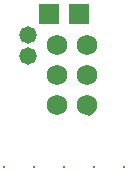
<source format=gbs>
G04 Layer_Color=16711935*
%FSLAX25Y25*%
%MOIN*%
G70*
G01*
G75*
%ADD32R,0.06706X0.06706*%
%ADD33R,0.00800X0.00800*%
%ADD34C,0.03162*%
%ADD35C,0.05800*%
%ADD36C,0.06800*%
D32*
X340000Y228000D02*
D03*
X330000D02*
D03*
D33*
X315000Y177000D02*
D03*
X355000D02*
D03*
X335000D02*
D03*
X325000D02*
D03*
X345000D02*
D03*
D34*
X332000Y209000D02*
D03*
X342500Y217500D02*
D03*
X343400Y195600D02*
D03*
D35*
X323000Y214000D02*
D03*
X322900Y220800D02*
D03*
D36*
X332500Y197500D02*
D03*
X342500D02*
D03*
X332500Y207500D02*
D03*
X342500D02*
D03*
X332500Y217500D02*
D03*
X342500D02*
D03*
M02*

</source>
